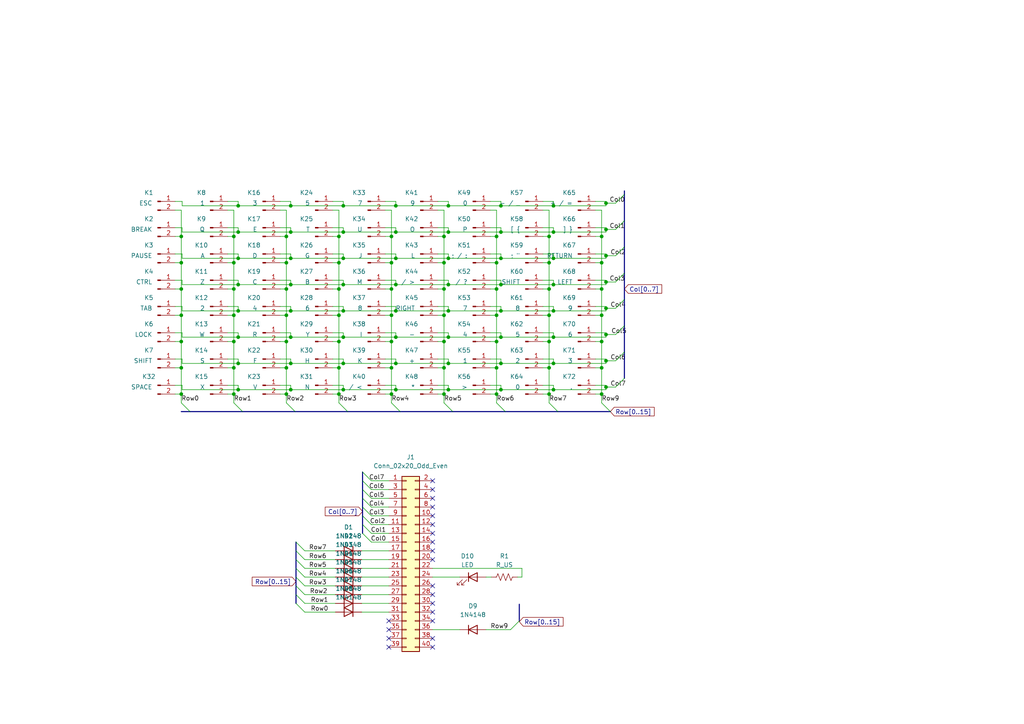
<source format=kicad_sch>
(kicad_sch (version 20211123) (generator eeschema)
  (paper "A4")
  (junction (at 174.498 106.68))
  (junction (at 69.088 59.69))
  (junction (at 144.018 91.44))
  (junction (at 175.768 104.648))
  (junction (at 175.768 58.928))
  (junction (at 67.818 106.68))
  (junction (at 113.538 114.3))
  (junction (at 130.048 90.17))
  (junction (at 52.578 99.06))
  (junction (at 84.328 105.41))
  (junction (at 144.018 68.58))
  (junction (at 69.088 97.79))
  (junction (at 160.528 97.79))
  (junction (at 145.288 59.69))
  (junction (at 128.778 83.82))
  (junction (at 84.328 97.79))
  (junction (at 52.578 83.82))
  (junction (at 113.538 76.2))
  (junction (at 69.088 90.17))
  (junction (at 113.538 68.58))
  (junction (at 52.578 68.58))
  (junction (at 160.528 67.31))
  (junction (at 130.048 67.31))
  (junction (at 114.808 67.31))
  (junction (at 175.768 66.548))
  (junction (at 98.298 99.06))
  (junction (at 144.018 83.82))
  (junction (at 84.328 82.55))
  (junction (at 159.258 106.68))
  (junction (at 114.808 59.69))
  (junction (at 174.498 76.2))
  (junction (at 98.298 83.82))
  (junction (at 98.298 76.2))
  (junction (at 114.808 97.79))
  (junction (at 160.528 82.55))
  (junction (at 175.768 81.788))
  (junction (at 98.298 68.58))
  (junction (at 130.048 74.93))
  (junction (at 52.578 114.3))
  (junction (at 145.288 74.93))
  (junction (at 174.498 91.44))
  (junction (at 174.498 99.06))
  (junction (at 145.288 67.31))
  (junction (at 52.578 76.2))
  (junction (at 98.298 91.44))
  (junction (at 159.258 114.3))
  (junction (at 159.258 91.44))
  (junction (at 145.288 105.41))
  (junction (at 69.088 74.93))
  (junction (at 113.538 91.44))
  (junction (at 159.258 99.06))
  (junction (at 145.288 97.79))
  (junction (at 83.058 76.2))
  (junction (at 159.258 83.82))
  (junction (at 99.568 82.55))
  (junction (at 130.048 82.55))
  (junction (at 84.328 59.69))
  (junction (at 144.018 106.68))
  (junction (at 128.778 91.44))
  (junction (at 84.328 74.93))
  (junction (at 175.768 74.168))
  (junction (at 113.538 99.06))
  (junction (at 114.808 113.03))
  (junction (at 160.528 59.69))
  (junction (at 145.288 82.55))
  (junction (at 99.568 113.03))
  (junction (at 83.058 83.82))
  (junction (at 130.048 59.69))
  (junction (at 67.818 99.06))
  (junction (at 145.288 113.03))
  (junction (at 69.088 82.55))
  (junction (at 83.058 68.58))
  (junction (at 130.048 105.41))
  (junction (at 175.768 97.028))
  (junction (at 160.528 113.03))
  (junction (at 144.018 114.3))
  (junction (at 114.808 105.41))
  (junction (at 159.258 76.2))
  (junction (at 67.818 83.82))
  (junction (at 114.808 74.93))
  (junction (at 160.528 90.17))
  (junction (at 128.778 106.68))
  (junction (at 84.328 113.03))
  (junction (at 67.818 76.2))
  (junction (at 160.528 74.93))
  (junction (at 114.808 82.55))
  (junction (at 98.298 114.3))
  (junction (at 144.018 99.06))
  (junction (at 175.768 112.268))
  (junction (at 52.578 91.44))
  (junction (at 174.498 114.3))
  (junction (at 83.058 91.44))
  (junction (at 67.818 68.58))
  (junction (at 130.048 97.79))
  (junction (at 99.568 97.79))
  (junction (at 98.298 106.68))
  (junction (at 69.088 105.41))
  (junction (at 83.058 99.06))
  (junction (at 84.328 67.31))
  (junction (at 128.778 114.3))
  (junction (at 113.538 83.82))
  (junction (at 145.288 90.17))
  (junction (at 174.498 68.58))
  (junction (at 99.568 105.41))
  (junction (at 83.058 114.3))
  (junction (at 99.568 67.31))
  (junction (at 174.498 83.82))
  (junction (at 67.818 114.3))
  (junction (at 128.778 76.2))
  (junction (at 99.568 59.69))
  (junction (at 84.328 90.17))
  (junction (at 99.568 90.17))
  (junction (at 128.778 99.06))
  (junction (at 83.058 106.68))
  (junction (at 160.528 105.41))
  (junction (at 52.578 106.68))
  (junction (at 113.538 106.68))
  (junction (at 144.018 76.2))
  (junction (at 159.258 68.58))
  (junction (at 128.778 68.58))
  (junction (at 99.568 74.93))
  (junction (at 69.088 67.31))
  (junction (at 69.088 113.03))
  (junction (at 130.048 113.03))
  (junction (at 175.768 89.408))
  (junction (at 67.818 91.44))
  (junction (at 114.808 90.17))
  (no_connect (at 125.476 157.226))
  (no_connect (at 125.476 152.146))
  (no_connect (at 125.476 139.446))
  (no_connect (at 125.476 177.546))
  (no_connect (at 125.476 144.526))
  (no_connect (at 125.476 187.706))
  (no_connect (at 125.476 154.686))
  (no_connect (at 112.776 180.086))
  (no_connect (at 125.476 169.926))
  (no_connect (at 125.476 185.166))
  (no_connect (at 125.476 180.086))
  (no_connect (at 125.476 162.306))
  (no_connect (at 125.476 175.006))
  (no_connect (at 112.776 185.166))
  (no_connect (at 125.476 141.986))
  (no_connect (at 125.476 149.606))
  (no_connect (at 125.476 159.766))
  (no_connect (at 125.476 147.066))
  (no_connect (at 112.776 187.706))
  (no_connect (at 125.476 172.466))
  (no_connect (at 112.776 182.626))
  (bus_entry (at 178.562 81.788) (size 2.54 -2.54))
  (bus_entry (at 105.156 136.906) (size 2.54 2.54))
  (bus_entry (at 83.058 116.84) (size 2.54 2.54))
  (bus_entry (at 85.852 175.006) (size 2.54 2.54))
  (bus_entry (at 85.852 162.306) (size 2.54 2.54))
  (bus_entry (at 85.852 172.466) (size 2.54 2.54))
  (bus_entry (at 178.562 104.648) (size 2.54 -2.54))
  (bus_entry (at 178.562 74.168) (size 2.54 -2.54))
  (bus_entry (at 113.538 116.84) (size 2.54 2.54))
  (bus_entry (at 85.852 167.386) (size 2.54 2.54))
  (bus_entry (at 105.156 139.446) (size 2.54 2.54))
  (bus_entry (at 67.818 116.84) (size 2.54 2.54))
  (bus_entry (at 159.258 116.84) (size 2.54 2.54))
  (bus_entry (at 174.498 116.84) (size 2.54 2.54))
  (bus_entry (at 105.156 154.686) (size 2.54 2.54))
  (bus_entry (at 105.156 152.146) (size 2.54 2.54))
  (bus_entry (at 178.562 89.408) (size 2.54 -2.54))
  (bus_entry (at 85.852 169.926) (size 2.54 2.54))
  (bus_entry (at 144.018 116.84) (size 2.54 2.54))
  (bus_entry (at 98.298 116.84) (size 2.54 2.54))
  (bus_entry (at 52.578 116.84) (size 2.54 2.54))
  (bus_entry (at 105.156 141.986) (size 2.54 2.54))
  (bus_entry (at 178.562 112.268) (size 2.54 -2.54))
  (bus_entry (at 85.852 157.226) (size 2.54 2.54))
  (bus_entry (at 85.852 159.766) (size 2.54 2.54))
  (bus_entry (at 178.562 66.548) (size 2.54 -2.54))
  (bus_entry (at 178.562 97.028) (size 2.54 -2.54))
  (bus_entry (at 128.778 116.84) (size 2.54 2.54))
  (bus_entry (at 105.156 147.066) (size 2.54 2.54))
  (bus_entry (at 150.622 180.086) (size -2.54 2.54))
  (bus_entry (at 105.156 149.606) (size 2.54 2.54))
  (bus_entry (at 178.562 58.928) (size 2.54 -2.54))
  (bus_entry (at 105.156 144.526) (size 2.54 2.54))
  (bus_entry (at 85.852 164.846) (size 2.54 2.54))
  (wire (pts (xy 113.538 114.3) (xy 113.538 116.84)))
  (wire (pts (xy 99.568 97.79) (xy 99.568 96.52)))
  (wire (pts (xy 114.808 113.03) (xy 130.048 113.03)))
  (wire (pts (xy 114.808 104.14) (xy 111.76 104.14)))
  (wire (pts (xy 128.778 91.44) (xy 128.778 99.06)))
  (wire (pts (xy 145.288 59.69) (xy 145.288 58.42)))
  (wire (pts (xy 84.328 82.55) (xy 84.328 81.28)))
  (wire (pts (xy 84.328 58.42) (xy 81.28 58.42)))
  (wire (pts (xy 159.258 91.44) (xy 159.258 99.06)))
  (wire (pts (xy 160.528 73.66) (xy 157.48 73.66)))
  (bus (pts (xy 181.102 86.868) (xy 181.102 94.488)))
  (wire (pts (xy 98.298 91.44) (xy 98.298 99.06)))
  (wire (pts (xy 107.696 157.226) (xy 112.776 157.226)))
  (wire (pts (xy 114.808 90.17) (xy 130.048 90.17)))
  (wire (pts (xy 84.328 105.41) (xy 84.328 104.14)))
  (wire (pts (xy 52.832 82.55) (xy 69.088 82.55)))
  (wire (pts (xy 145.288 82.55) (xy 145.288 81.28)))
  (wire (pts (xy 107.696 149.606) (xy 112.776 149.606)))
  (wire (pts (xy 88.392 169.926) (xy 97.282 169.926)))
  (wire (pts (xy 83.058 76.2) (xy 83.058 83.82)))
  (wire (pts (xy 160.528 113.03) (xy 175.768 113.03)))
  (bus (pts (xy 181.102 79.248) (xy 181.102 86.868)))
  (wire (pts (xy 52.832 66.04) (xy 52.832 67.31)))
  (wire (pts (xy 83.058 106.68) (xy 81.28 106.68)))
  (wire (pts (xy 175.768 58.42) (xy 172.72 58.42)))
  (wire (pts (xy 125.476 164.846) (xy 151.384 164.846)))
  (wire (pts (xy 128.778 83.82) (xy 128.778 91.44)))
  (wire (pts (xy 175.768 112.268) (xy 178.562 112.268)))
  (wire (pts (xy 130.048 97.79) (xy 130.048 96.52)))
  (wire (pts (xy 52.832 67.31) (xy 69.088 67.31)))
  (wire (pts (xy 69.088 97.79) (xy 84.328 97.79)))
  (wire (pts (xy 99.568 111.76) (xy 96.52 111.76)))
  (wire (pts (xy 84.328 67.31) (xy 84.328 66.04)))
  (wire (pts (xy 114.808 88.9) (xy 111.76 88.9)))
  (wire (pts (xy 113.538 106.68) (xy 113.538 114.3)))
  (wire (pts (xy 114.808 66.04) (xy 111.76 66.04)))
  (wire (pts (xy 160.528 67.31) (xy 160.528 66.04)))
  (wire (pts (xy 114.808 74.93) (xy 130.048 74.93)))
  (wire (pts (xy 69.088 67.31) (xy 69.088 66.04)))
  (wire (pts (xy 50.8 58.42) (xy 52.832 58.42)))
  (wire (pts (xy 50.8 73.66) (xy 52.832 73.66)))
  (wire (pts (xy 159.258 60.96) (xy 159.258 68.58)))
  (wire (pts (xy 66.04 60.96) (xy 67.818 60.96)))
  (wire (pts (xy 50.8 88.9) (xy 52.832 88.9)))
  (wire (pts (xy 66.04 73.66) (xy 69.088 73.66)))
  (wire (pts (xy 52.578 60.96) (xy 52.578 68.58)))
  (wire (pts (xy 99.568 67.31) (xy 114.808 67.31)))
  (wire (pts (xy 175.768 66.548) (xy 175.768 66.04)))
  (wire (pts (xy 69.088 82.55) (xy 84.328 82.55)))
  (wire (pts (xy 130.048 73.66) (xy 127 73.66)))
  (wire (pts (xy 98.298 83.82) (xy 98.298 91.44)))
  (wire (pts (xy 69.088 105.41) (xy 69.088 104.14)))
  (wire (pts (xy 174.498 83.82) (xy 172.72 83.82)))
  (wire (pts (xy 99.568 82.55) (xy 114.808 82.55)))
  (wire (pts (xy 127 60.96) (xy 128.778 60.96)))
  (wire (pts (xy 145.288 90.17) (xy 160.528 90.17)))
  (wire (pts (xy 130.048 67.31) (xy 130.048 66.04)))
  (wire (pts (xy 104.902 164.846) (xy 112.776 164.846)))
  (wire (pts (xy 113.538 83.82) (xy 113.538 91.44)))
  (wire (pts (xy 160.528 67.31) (xy 175.768 67.31)))
  (bus (pts (xy 70.358 119.38) (xy 85.598 119.38)))
  (wire (pts (xy 160.528 105.41) (xy 160.528 104.14)))
  (wire (pts (xy 84.328 111.76) (xy 81.28 111.76)))
  (wire (pts (xy 130.048 74.93) (xy 130.048 73.66)))
  (wire (pts (xy 144.018 76.2) (xy 144.018 83.82)))
  (wire (pts (xy 52.832 73.66) (xy 52.832 74.93)))
  (wire (pts (xy 67.818 83.82) (xy 66.04 83.82)))
  (wire (pts (xy 125.476 167.386) (xy 133.35 167.386)))
  (wire (pts (xy 145.288 82.55) (xy 160.528 82.55)))
  (wire (pts (xy 130.048 81.28) (xy 127 81.28)))
  (wire (pts (xy 160.528 90.17) (xy 175.768 90.17)))
  (wire (pts (xy 157.48 60.96) (xy 159.258 60.96)))
  (bus (pts (xy 52.578 119.38) (xy 55.118 119.38)))
  (bus (pts (xy 181.102 94.488) (xy 181.102 102.108)))
  (wire (pts (xy 83.058 68.58) (xy 83.058 76.2)))
  (wire (pts (xy 114.808 67.31) (xy 114.808 66.04)))
  (wire (pts (xy 151.384 164.846) (xy 151.384 167.386)))
  (bus (pts (xy 131.318 119.38) (xy 146.558 119.38)))
  (wire (pts (xy 99.568 113.03) (xy 99.568 111.76)))
  (wire (pts (xy 175.768 112.268) (xy 175.768 111.76)))
  (wire (pts (xy 113.538 60.96) (xy 113.538 68.58)))
  (wire (pts (xy 98.298 99.06) (xy 96.52 99.06)))
  (wire (pts (xy 99.568 88.9) (xy 96.52 88.9)))
  (wire (pts (xy 50.8 104.14) (xy 52.832 104.14)))
  (wire (pts (xy 83.058 68.58) (xy 81.28 68.58)))
  (wire (pts (xy 69.088 74.93) (xy 69.088 73.66)))
  (wire (pts (xy 145.288 96.52) (xy 142.24 96.52)))
  (wire (pts (xy 175.768 74.93) (xy 175.768 74.168)))
  (wire (pts (xy 114.808 111.76) (xy 111.76 111.76)))
  (wire (pts (xy 175.768 82.55) (xy 175.768 81.788)))
  (wire (pts (xy 144.018 106.68) (xy 142.24 106.68)))
  (wire (pts (xy 104.902 175.006) (xy 112.776 175.006)))
  (wire (pts (xy 130.048 105.41) (xy 145.288 105.41)))
  (wire (pts (xy 50.8 96.52) (xy 52.832 96.52)))
  (bus (pts (xy 100.838 119.38) (xy 116.078 119.38)))
  (wire (pts (xy 113.538 114.3) (xy 111.76 114.3)))
  (wire (pts (xy 114.808 58.42) (xy 111.76 58.42)))
  (wire (pts (xy 107.696 144.526) (xy 112.776 144.526)))
  (wire (pts (xy 99.568 90.17) (xy 114.808 90.17)))
  (wire (pts (xy 52.578 68.58) (xy 52.578 76.2)))
  (wire (pts (xy 83.058 91.44) (xy 81.28 91.44)))
  (wire (pts (xy 130.048 82.55) (xy 130.048 81.28)))
  (wire (pts (xy 67.818 68.58) (xy 67.818 76.2)))
  (wire (pts (xy 52.578 76.2) (xy 50.8 76.2)))
  (wire (pts (xy 175.768 74.168) (xy 178.562 74.168)))
  (bus (pts (xy 55.118 119.38) (xy 70.358 119.38)))
  (wire (pts (xy 159.258 99.06) (xy 157.48 99.06)))
  (wire (pts (xy 66.04 111.76) (xy 69.088 111.76)))
  (wire (pts (xy 98.298 60.96) (xy 98.298 68.58)))
  (wire (pts (xy 113.538 99.06) (xy 113.538 106.68)))
  (wire (pts (xy 175.768 104.648) (xy 175.768 104.14)))
  (wire (pts (xy 88.392 177.546) (xy 97.282 177.546)))
  (wire (pts (xy 128.778 76.2) (xy 128.778 83.82)))
  (wire (pts (xy 130.048 104.14) (xy 127 104.14)))
  (bus (pts (xy 150.622 175.26) (xy 150.622 180.086)))
  (wire (pts (xy 114.808 74.93) (xy 114.808 73.66)))
  (wire (pts (xy 144.018 99.06) (xy 144.018 106.68)))
  (wire (pts (xy 145.288 81.28) (xy 142.24 81.28)))
  (wire (pts (xy 174.498 68.58) (xy 172.72 68.58)))
  (wire (pts (xy 175.768 81.788) (xy 175.768 81.28)))
  (wire (pts (xy 67.818 106.68) (xy 67.818 114.3)))
  (wire (pts (xy 69.088 90.17) (xy 69.088 88.9)))
  (wire (pts (xy 160.528 88.9) (xy 157.48 88.9)))
  (wire (pts (xy 50.8 111.76) (xy 52.832 111.76)))
  (wire (pts (xy 113.538 76.2) (xy 113.538 83.82)))
  (wire (pts (xy 160.528 111.76) (xy 157.48 111.76)))
  (wire (pts (xy 84.328 104.14) (xy 81.28 104.14)))
  (wire (pts (xy 145.288 67.31) (xy 160.528 67.31)))
  (wire (pts (xy 52.578 114.3) (xy 50.8 114.3)))
  (wire (pts (xy 84.328 97.79) (xy 84.328 96.52)))
  (wire (pts (xy 67.818 91.44) (xy 67.818 99.06)))
  (wire (pts (xy 113.538 106.68) (xy 111.76 106.68)))
  (wire (pts (xy 145.288 59.69) (xy 160.528 59.69)))
  (wire (pts (xy 84.328 59.69) (xy 84.328 58.42)))
  (wire (pts (xy 67.818 106.68) (xy 66.04 106.68)))
  (wire (pts (xy 114.808 96.52) (xy 111.76 96.52)))
  (wire (pts (xy 96.52 60.96) (xy 98.298 60.96)))
  (wire (pts (xy 66.04 96.52) (xy 69.088 96.52)))
  (wire (pts (xy 130.048 59.69) (xy 145.288 59.69)))
  (wire (pts (xy 88.392 164.846) (xy 97.282 164.846)))
  (wire (pts (xy 114.808 97.79) (xy 130.048 97.79)))
  (wire (pts (xy 67.818 76.2) (xy 67.818 83.82)))
  (wire (pts (xy 175.768 97.79) (xy 175.768 97.028)))
  (wire (pts (xy 99.568 90.17) (xy 99.568 88.9)))
  (bus (pts (xy 85.598 119.38) (xy 100.838 119.38)))
  (wire (pts (xy 114.808 105.41) (xy 130.048 105.41)))
  (wire (pts (xy 104.902 169.926) (xy 112.776 169.926)))
  (bus (pts (xy 105.156 147.066) (xy 105.156 149.606)))
  (wire (pts (xy 111.76 60.96) (xy 113.538 60.96)))
  (wire (pts (xy 174.498 83.82) (xy 174.498 91.44)))
  (bus (pts (xy 181.102 64.008) (xy 181.102 71.628)))
  (wire (pts (xy 160.528 113.03) (xy 160.528 111.76)))
  (bus (pts (xy 105.156 139.446) (xy 105.156 141.986)))
  (wire (pts (xy 83.058 106.68) (xy 83.058 114.3)))
  (wire (pts (xy 175.768 73.66) (xy 172.72 73.66)))
  (wire (pts (xy 144.018 114.3) (xy 142.24 114.3)))
  (wire (pts (xy 130.048 113.03) (xy 130.048 111.76)))
  (wire (pts (xy 67.818 99.06) (xy 67.818 106.68)))
  (wire (pts (xy 99.568 66.04) (xy 96.52 66.04)))
  (wire (pts (xy 175.768 66.04) (xy 172.72 66.04)))
  (wire (pts (xy 160.528 90.17) (xy 160.528 88.9)))
  (wire (pts (xy 175.768 88.9) (xy 172.72 88.9)))
  (wire (pts (xy 99.568 59.69) (xy 114.808 59.69)))
  (wire (pts (xy 66.04 58.42) (xy 69.088 58.42)))
  (wire (pts (xy 52.832 97.79) (xy 69.088 97.79)))
  (wire (pts (xy 66.04 104.14) (xy 69.088 104.14)))
  (wire (pts (xy 144.018 99.06) (xy 142.24 99.06)))
  (wire (pts (xy 130.048 82.55) (xy 145.288 82.55)))
  (wire (pts (xy 159.258 114.3) (xy 159.258 116.84)))
  (wire (pts (xy 69.088 74.93) (xy 84.328 74.93)))
  (wire (pts (xy 175.768 90.17) (xy 175.768 89.408)))
  (wire (pts (xy 69.088 105.41) (xy 84.328 105.41)))
  (wire (pts (xy 130.048 59.69) (xy 130.048 58.42)))
  (wire (pts (xy 160.528 97.79) (xy 160.528 96.52)))
  (wire (pts (xy 98.298 76.2) (xy 96.52 76.2)))
  (wire (pts (xy 159.258 114.3) (xy 157.48 114.3)))
  (wire (pts (xy 144.018 114.3) (xy 144.018 116.84)))
  (wire (pts (xy 128.778 99.06) (xy 128.778 106.68)))
  (wire (pts (xy 98.298 106.68) (xy 98.298 114.3)))
  (wire (pts (xy 174.498 68.58) (xy 174.498 76.2)))
  (wire (pts (xy 98.298 114.3) (xy 98.298 116.84)))
  (wire (pts (xy 67.818 99.06) (xy 66.04 99.06)))
  (wire (pts (xy 128.778 68.58) (xy 127 68.58)))
  (wire (pts (xy 84.328 74.93) (xy 99.568 74.93)))
  (wire (pts (xy 84.328 82.55) (xy 99.568 82.55)))
  (wire (pts (xy 159.258 106.68) (xy 157.48 106.68)))
  (wire (pts (xy 114.808 97.79) (xy 114.808 96.52)))
  (wire (pts (xy 84.328 105.41) (xy 99.568 105.41)))
  (wire (pts (xy 114.808 81.28) (xy 111.76 81.28)))
  (wire (pts (xy 128.778 60.96) (xy 128.778 68.58)))
  (wire (pts (xy 99.568 97.79) (xy 114.808 97.79)))
  (wire (pts (xy 140.97 167.386) (xy 142.494 167.386)))
  (wire (pts (xy 88.392 172.466) (xy 97.282 172.466)))
  (wire (pts (xy 83.058 99.06) (xy 81.28 99.06)))
  (wire (pts (xy 113.538 68.58) (xy 111.76 68.58)))
  (wire (pts (xy 114.808 59.69) (xy 114.808 58.42)))
  (wire (pts (xy 145.288 113.03) (xy 160.528 113.03)))
  (wire (pts (xy 83.058 91.44) (xy 83.058 99.06)))
  (wire (pts (xy 159.258 99.06) (xy 159.258 106.68)))
  (wire (pts (xy 99.568 73.66) (xy 96.52 73.66)))
  (wire (pts (xy 145.288 113.03) (xy 145.288 111.76)))
  (wire (pts (xy 107.696 147.066) (xy 112.776 147.066)))
  (bus (pts (xy 181.102 71.628) (xy 181.102 79.248)))
  (wire (pts (xy 174.498 99.06) (xy 172.72 99.06)))
  (wire (pts (xy 128.778 68.58) (xy 128.778 76.2)))
  (wire (pts (xy 145.288 74.93) (xy 145.288 73.66)))
  (wire (pts (xy 145.288 97.79) (xy 160.528 97.79)))
  (wire (pts (xy 159.258 83.82) (xy 157.48 83.82)))
  (wire (pts (xy 128.778 76.2) (xy 127 76.2)))
  (wire (pts (xy 151.384 167.386) (xy 150.114 167.386)))
  (wire (pts (xy 133.35 182.626) (xy 125.476 182.626)))
  (wire (pts (xy 160.528 74.93) (xy 160.528 73.66)))
  (bus (pts (xy 105.156 149.606) (xy 105.156 152.146)))
  (wire (pts (xy 142.24 60.96) (xy 144.018 60.96)))
  (wire (pts (xy 114.808 67.31) (xy 130.048 67.31)))
  (wire (pts (xy 130.048 111.76) (xy 127 111.76)))
  (wire (pts (xy 130.048 90.17) (xy 130.048 88.9)))
  (wire (pts (xy 69.088 113.03) (xy 84.328 113.03)))
  (wire (pts (xy 98.298 68.58) (xy 96.52 68.58)))
  (wire (pts (xy 160.528 58.42) (xy 157.48 58.42)))
  (wire (pts (xy 175.768 81.28) (xy 172.72 81.28)))
  (wire (pts (xy 52.578 91.44) (xy 52.578 99.06)))
  (wire (pts (xy 145.288 58.42) (xy 142.24 58.42)))
  (wire (pts (xy 175.768 58.928) (xy 175.768 58.42)))
  (wire (pts (xy 144.018 83.82) (xy 144.018 91.44)))
  (wire (pts (xy 52.832 104.14) (xy 52.832 105.41)))
  (wire (pts (xy 160.528 82.55) (xy 175.768 82.55)))
  (wire (pts (xy 99.568 82.55) (xy 99.568 81.28)))
  (wire (pts (xy 99.568 67.31) (xy 99.568 66.04)))
  (wire (pts (xy 159.258 68.58) (xy 159.258 76.2)))
  (wire (pts (xy 130.048 96.52) (xy 127 96.52)))
  (wire (pts (xy 159.258 76.2) (xy 159.258 83.82)))
  (bus (pts (xy 85.852 169.926) (xy 85.852 172.466)))
  (wire (pts (xy 52.578 68.58) (xy 50.8 68.58)))
  (wire (pts (xy 130.048 66.04) (xy 127 66.04)))
  (wire (pts (xy 67.818 68.58) (xy 66.04 68.58)))
  (bus (pts (xy 105.156 141.986) (xy 105.156 144.526)))
  (wire (pts (xy 175.768 89.408) (xy 175.768 88.9)))
  (wire (pts (xy 130.048 105.41) (xy 130.048 104.14)))
  (wire (pts (xy 113.538 76.2) (xy 111.76 76.2)))
  (wire (pts (xy 114.808 105.41) (xy 114.808 104.14)))
  (wire (pts (xy 81.28 60.96) (xy 83.058 60.96)))
  (wire (pts (xy 99.568 59.69) (xy 99.568 58.42)))
  (bus (pts (xy 181.102 102.108) (xy 181.102 109.728)))
  (wire (pts (xy 104.902 162.306) (xy 112.776 162.306)))
  (wire (pts (xy 145.288 74.93) (xy 160.528 74.93)))
  (wire (pts (xy 175.768 59.69) (xy 175.768 58.928)))
  (wire (pts (xy 145.288 90.17) (xy 145.288 88.9)))
  (wire (pts (xy 107.696 154.686) (xy 112.776 154.686)))
  (wire (pts (xy 98.298 76.2) (xy 98.298 83.82)))
  (wire (pts (xy 99.568 105.41) (xy 99.568 104.14)))
  (wire (pts (xy 52.578 99.06) (xy 52.578 106.68)))
  (wire (pts (xy 144.018 83.82) (xy 142.24 83.82)))
  (wire (pts (xy 84.328 88.9) (xy 81.28 88.9)))
  (wire (pts (xy 52.578 106.68) (xy 52.578 114.3)))
  (wire (pts (xy 52.578 83.82) (xy 52.578 91.44)))
  (wire (pts (xy 159.258 68.58) (xy 157.48 68.58)))
  (wire (pts (xy 113.538 68.58) (xy 113.538 76.2)))
  (wire (pts (xy 67.818 60.96) (xy 67.818 68.58)))
  (wire (pts (xy 69.088 82.55) (xy 69.088 81.28)))
  (bus (pts (xy 85.852 162.306) (xy 85.852 164.846)))
  (wire (pts (xy 52.578 114.3) (xy 52.578 116.84)))
  (wire (pts (xy 84.328 81.28) (xy 81.28 81.28)))
  (wire (pts (xy 128.778 106.68) (xy 128.778 114.3)))
  (wire (pts (xy 52.832 88.9) (xy 52.832 90.17)))
  (wire (pts (xy 107.696 139.446) (xy 112.776 139.446)))
  (wire (pts (xy 69.088 97.79) (xy 69.088 96.52)))
  (wire (pts (xy 84.328 66.04) (xy 81.28 66.04)))
  (wire (pts (xy 84.328 73.66) (xy 81.28 73.66)))
  (wire (pts (xy 67.818 114.3) (xy 66.04 114.3)))
  (wire (pts (xy 130.048 67.31) (xy 145.288 67.31)))
  (wire (pts (xy 144.018 60.96) (xy 144.018 68.58)))
  (wire (pts (xy 159.258 106.68) (xy 159.258 114.3)))
  (wire (pts (xy 99.568 96.52) (xy 96.52 96.52)))
  (wire (pts (xy 107.696 141.986) (xy 112.776 141.986)))
  (wire (pts (xy 175.768 67.31) (xy 175.768 66.548)))
  (bus (pts (xy 146.558 119.38) (xy 161.798 119.38)))
  (wire (pts (xy 98.298 68.58) (xy 98.298 76.2)))
  (wire (pts (xy 98.298 91.44) (xy 96.52 91.44)))
  (wire (pts (xy 83.058 76.2) (xy 81.28 76.2)))
  (wire (pts (xy 160.528 104.14) (xy 157.48 104.14)))
  (wire (pts (xy 84.328 97.79) (xy 99.568 97.79)))
  (wire (pts (xy 114.808 113.03) (xy 114.808 111.76)))
  (wire (pts (xy 114.808 73.66) (xy 111.76 73.66)))
  (wire (pts (xy 128.778 99.06) (xy 127 99.06)))
  (wire (pts (xy 99.568 105.41) (xy 114.808 105.41)))
  (wire (pts (xy 104.902 159.766) (xy 112.776 159.766)))
  (wire (pts (xy 52.832 90.17) (xy 69.088 90.17)))
  (wire (pts (xy 175.768 81.788) (xy 178.562 81.788)))
  (wire (pts (xy 67.818 114.3) (xy 67.818 116.84)))
  (wire (pts (xy 99.568 104.14) (xy 96.52 104.14)))
  (wire (pts (xy 98.298 114.3) (xy 96.52 114.3)))
  (wire (pts (xy 130.048 88.9) (xy 127 88.9)))
  (wire (pts (xy 144.018 106.68) (xy 144.018 114.3)))
  (wire (pts (xy 52.832 113.03) (xy 69.088 113.03)))
  (wire (pts (xy 98.298 83.82) (xy 96.52 83.82)))
  (wire (pts (xy 160.528 66.04) (xy 157.48 66.04)))
  (wire (pts (xy 104.902 177.546) (xy 112.776 177.546)))
  (bus (pts (xy 105.156 136.906) (xy 105.156 139.446)))
  (wire (pts (xy 69.088 113.03) (xy 69.088 111.76)))
  (wire (pts (xy 174.498 114.3) (xy 174.498 116.84)))
  (wire (pts (xy 67.818 76.2) (xy 66.04 76.2)))
  (wire (pts (xy 145.288 105.41) (xy 160.528 105.41)))
  (wire (pts (xy 52.832 111.76) (xy 52.832 113.03)))
  (wire (pts (xy 160.528 59.69) (xy 175.768 59.69)))
  (wire (pts (xy 145.288 105.41) (xy 145.288 104.14)))
  (wire (pts (xy 130.048 90.17) (xy 145.288 90.17)))
  (wire (pts (xy 113.538 83.82) (xy 111.76 83.82)))
  (wire (pts (xy 114.808 82.55) (xy 130.048 82.55)))
  (wire (pts (xy 174.498 99.06) (xy 174.498 106.68)))
  (bus (pts (xy 105.156 152.146) (xy 105.156 154.686)))
  (wire (pts (xy 160.528 74.93) (xy 175.768 74.93)))
  (wire (pts (xy 128.778 114.3) (xy 127 114.3)))
  (wire (pts (xy 84.328 96.52) (xy 81.28 96.52)))
  (wire (pts (xy 69.088 90.17) (xy 84.328 90.17)))
  (wire (pts (xy 144.018 68.58) (xy 144.018 76.2)))
  (wire (pts (xy 144.018 91.44) (xy 144.018 99.06)))
  (wire (pts (xy 99.568 74.93) (xy 99.568 73.66)))
  (wire (pts (xy 144.018 91.44) (xy 142.24 91.44)))
  (wire (pts (xy 128.778 106.68) (xy 127 106.68)))
  (bus (pts (xy 85.852 172.466) (xy 85.852 175.006)))
  (wire (pts (xy 159.258 83.82) (xy 159.258 91.44)))
  (bus (pts (xy 85.852 164.846) (xy 85.852 167.386)))
  (wire (pts (xy 130.048 97.79) (xy 145.288 97.79)))
  (wire (pts (xy 67.818 83.82) (xy 67.818 91.44)))
  (wire (pts (xy 107.696 152.146) (xy 112.776 152.146)))
  (wire (pts (xy 50.8 81.28) (xy 52.832 81.28)))
  (wire (pts (xy 83.058 114.3) (xy 83.058 116.84)))
  (wire (pts (xy 145.288 73.66) (xy 142.24 73.66)))
  (wire (pts (xy 113.538 99.06) (xy 111.76 99.06)))
  (wire (pts (xy 159.258 76.2) (xy 157.48 76.2)))
  (wire (pts (xy 174.498 106.68) (xy 172.72 106.68)))
  (wire (pts (xy 52.832 58.42) (xy 52.832 59.69)))
  (wire (pts (xy 52.832 105.41) (xy 69.088 105.41)))
  (wire (pts (xy 83.058 60.96) (xy 83.058 68.58)))
  (wire (pts (xy 174.498 76.2) (xy 174.498 83.82)))
  (wire (pts (xy 174.498 60.96) (xy 174.498 68.58)))
  (wire (pts (xy 145.288 97.79) (xy 145.288 96.52)))
  (wire (pts (xy 148.082 182.626) (xy 140.97 182.626)))
  (wire (pts (xy 66.04 88.9) (xy 69.088 88.9)))
  (wire (pts (xy 84.328 67.31) (xy 99.568 67.31)))
  (wire (pts (xy 114.808 59.69) (xy 130.048 59.69)))
  (wire (pts (xy 145.288 104.14) (xy 142.24 104.14)))
  (wire (pts (xy 160.528 96.52) (xy 157.48 96.52)))
  (wire (pts (xy 145.288 67.31) (xy 145.288 66.04)))
  (wire (pts (xy 83.058 114.3) (xy 81.28 114.3)))
  (wire (pts (xy 144.018 68.58) (xy 142.24 68.58)))
  (wire (pts (xy 84.328 90.17) (xy 84.328 88.9)))
  (wire (pts (xy 172.72 60.96) (xy 174.498 60.96)))
  (wire (pts (xy 52.578 91.44) (xy 50.8 91.44)))
  (wire (pts (xy 175.768 104.648) (xy 178.562 104.648)))
  (wire (pts (xy 175.768 113.03) (xy 175.768 112.268)))
  (wire (pts (xy 99.568 81.28) (xy 96.52 81.28)))
  (wire (pts (xy 175.768 66.548) (xy 178.562 66.548)))
  (wire (pts (xy 69.088 59.69) (xy 84.328 59.69)))
  (wire (pts (xy 175.768 97.028) (xy 175.768 96.52)))
  (wire (pts (xy 175.768 58.928) (xy 178.562 58.928)))
  (wire (pts (xy 144.018 76.2) (xy 142.24 76.2)))
  (wire (pts (xy 160.528 105.41) (xy 175.768 105.41)))
  (wire (pts (xy 84.328 90.17) (xy 99.568 90.17)))
  (wire (pts (xy 50.8 66.04) (xy 52.832 66.04)))
  (wire (pts (xy 130.048 74.93) (xy 145.288 74.93)))
  (wire (pts (xy 145.288 111.76) (xy 142.24 111.76)))
  (bus (pts (xy 85.852 167.386) (xy 85.852 169.926)))
  (wire (pts (xy 114.808 90.17) (xy 114.808 88.9)))
  (wire (pts (xy 174.498 114.3) (xy 172.72 114.3)))
  (wire (pts (xy 88.392 159.766) (xy 97.282 159.766)))
  (wire (pts (xy 84.328 113.03) (xy 99.568 113.03)))
  (wire (pts (xy 160.528 97.79) (xy 175.768 97.79)))
  (wire (pts (xy 175.768 96.52) (xy 172.72 96.52)))
  (bus (pts (xy 181.102 55.372) (xy 181.102 56.388)))
  (wire (pts (xy 84.328 113.03) (xy 84.328 111.76)))
  (bus (pts (xy 85.852 157.226) (xy 85.852 159.766)))
  (wire (pts (xy 128.778 114.3) (xy 128.778 116.84)))
  (wire (pts (xy 113.538 91.44) (xy 111.76 91.44)))
  (wire (pts (xy 174.498 91.44) (xy 174.498 99.06)))
  (wire (pts (xy 83.058 83.82) (xy 81.28 83.82)))
  (wire (pts (xy 52.832 81.28) (xy 52.832 82.55)))
  (wire (pts (xy 145.288 66.04) (xy 142.24 66.04)))
  (bus (pts (xy 161.798 119.38) (xy 177.038 119.38)))
  (wire (pts (xy 99.568 74.93) (xy 114.808 74.93)))
  (wire (pts (xy 175.768 111.76) (xy 172.72 111.76)))
  (wire (pts (xy 83.058 99.06) (xy 83.058 106.68)))
  (wire (pts (xy 88.392 175.006) (xy 97.282 175.006)))
  (wire (pts (xy 52.578 83.82) (xy 50.8 83.82)))
  (wire (pts (xy 69.088 67.31) (xy 84.328 67.31)))
  (bus (pts (xy 181.102 56.388) (xy 181.102 64.008)))
  (wire (pts (xy 160.528 82.55) (xy 160.528 81.28)))
  (wire (pts (xy 113.538 91.44) (xy 113.538 99.06)))
  (wire (pts (xy 104.902 167.386) (xy 112.776 167.386)))
  (wire (pts (xy 175.768 89.408) (xy 178.562 89.408)))
  (wire (pts (xy 88.392 167.386) (xy 97.282 167.386)))
  (wire (pts (xy 52.578 99.06) (xy 50.8 99.06)))
  (bus (pts (xy 116.078 119.38) (xy 131.318 119.38)))
  (wire (pts (xy 175.768 97.028) (xy 178.562 97.028)))
  (wire (pts (xy 67.818 91.44) (xy 66.04 91.44)))
  (wire (pts (xy 52.832 96.52) (xy 52.832 97.79)))
  (wire (pts (xy 160.528 81.28) (xy 157.48 81.28)))
  (wire (pts (xy 174.498 91.44) (xy 172.72 91.44)))
  (wire (pts (xy 52.578 76.2) (xy 52.578 83.82)))
  (bus (pts (xy 85.852 159.766) (xy 85.852 162.306)))
  (wire (pts (xy 175.768 74.168) (xy 175.768 73.66)))
  (wire (pts (xy 88.392 162.306) (xy 97.282 162.306)))
  (wire (pts (xy 145.288 88.9) (xy 142.24 88.9)))
  (wire (pts (xy 98.298 99.06) (xy 98.298 106.68)))
  (wire (pts (xy 130.048 113.03) (xy 145.288 113.03)))
  (wire (pts (xy 52.832 74.93) (xy 69.088 74.93)))
  (wire (pts (xy 114.808 82.55) (xy 114.808 81.28)))
  (wire (pts (xy 83.058 83.82) (xy 83.058 91.44)))
  (wire (pts (xy 84.328 74.93) (xy 84.328 73.66)))
  (wire (pts (xy 174.498 76.2) (xy 172.72 76.2)))
  (bus (pts (xy 105.156 144.526) (xy 105.156 147.066)))
  (wire (pts (xy 99.568 58.42) (xy 96.52 58.42)))
  (wire (pts (xy 69.088 59.69) (xy 69.088 58.42)))
  (wire (pts (xy 128.778 83.82) (xy 127 83.82)))
  (wire (pts (xy 130.048 58.42) (xy 127 58.42)))
  (wire (pts (xy 160.528 59.69) (xy 160.528 58.42)))
  (wire (pts (xy 175.768 104.14) (xy 172.72 104.14)))
  (wire (pts (xy 98.298 106.68) (xy 96.52 106.68)))
  (wire (pts (xy 66.04 66.04) (xy 69.088 66.04)))
  (wire (pts (xy 52.832 59.69) (xy 69.088 59.69)))
  (wire (pts (xy 99.568 113.03) (xy 114.808 113.03)))
  (wire (pts (xy 159.258 91.44) (xy 157.48 91.44)))
  (wire (pts (xy 50.8 60.96) (xy 52.578 60.96)))
  (wire (pts (xy 104.902 172.466) (xy 112.776 172.466)))
  (wire (pts (xy 128.778 91.44) (xy 127 91.44)))
  (wire (pts (xy 52.578 106.68) (xy 50.8 106.68)))
  (wire (pts (xy 84.328 59.69) (xy 99.568 59.69)))
  (wire (pts (xy 174.498 106.68) (xy 174.498 114.3)))
  (wire (pts (xy 175.768 105.41) (xy 175.768 104.648)))
  (wire (pts (xy 66.04 81.28) (xy 69.088 81.28)))
  (label "Row0" (at 52.578 116.586 0))
  (label "Col4" (at 111.506 147.066 180))
  (label "Col6" (at 111.506 141.986 180))
  (label "Col6" (at 177.038 104.648 0))
  (label "Row2" (at 83.058 116.586 0))
  (label "Row5" (at 128.778 116.586 0))
  (label "Col7" (at 111.506 139.446 180))
  (label "Col1" (at 112.014 154.686 180))
  (label "Row6" (at 144.018 116.586 0))
  (label "Row1" (at 95.25 175.006 180))
  (label "Col0" (at 112.014 157.226 180))
  (label "Col2" (at 111.76 152.146 180))
  (label "Row7" (at 159.258 116.586 0))
  (label "Col0" (at 176.784 58.928 0))
  (label "Row2" (at 94.996 172.466 180))
  (label "Row9" (at 142.24 182.626 0))
  (label "Col7" (at 177.038 112.268 0))
  (label "Row4" (at 94.742 167.386 180))
  (label "Col2" (at 177.038 74.168 0))
  (label "Col5" (at 177.292 97.028 0))
  (label "Row9" (at 174.498 116.586 0))
  (label "Row4" (at 113.538 116.586 0))
  (label "Row0" (at 95.25 177.546 180))
  (label "Row5" (at 94.742 164.846 180))
  (label "Row6" (at 94.742 162.306 180))
  (label "Row1" (at 67.818 116.586 0))
  (label "Col3" (at 176.784 81.788 0))
  (label "Col3" (at 111.506 149.606 180))
  (label "Col5" (at 111.506 144.526 180))
  (label "Row7" (at 94.742 159.766 180))
  (label "Col4" (at 177.038 89.408 0))
  (label "Row3" (at 94.742 169.926 180))
  (label "Row3" (at 98.298 116.586 0))
  (label "Col1" (at 176.784 66.548 0))
  (global_label "Row[0..15]" (shape input) (at 150.622 180.34 0) (property "Intersheet References" "${INTERSHEET_REFS}" (effects hide)))
  (global_label "Col[0..7]" (shape input) (at 105.156 148.336 180) (property "Intersheet References" "${INTERSHEET_REFS}" (effects hide)))
  (global_label "Row[0..15]" (shape input) (at 85.852 168.656 180) (property "Intersheet References" "${INTERSHEET_REFS}" (effects hide)))
  (global_label "Col[0..7]" (shape input) (at 181.102 83.82 0) (property "Intersheet References" "${INTERSHEET_REFS}" (effects hide)))
  (global_label "Row[0..15]" (shape input) (at 177.038 119.38 0) (property "Intersheet References" "${INTERSHEET_REFS}" (effects hide)))
  (symbol (lib_id "Connector:Conn_01x02_Male") (at 106.68 88.9 0) (unit 1)
    (property "Reference" "K37" (at 104.14 86.36 0))
    (property "Value" "8" (at 105.156 89.408 0) (effects (justify right)))
    (property "Footprint" "Button_Switch_Keyboard:SW_Cherry_MX_1.00u_PCB" (effects hide))
  )
  (symbol (lib_id "Connector:Conn_01x02_Male") (at 91.44 96.52 0) (unit 1)
    (property "Reference" "K29" (at 88.9 93.98 0))
    (property "Value" "Y" (at 89.916 97.028 0) (effects (justify right)))
    (property "Footprint" "Button_Switch_Keyboard:SW_Cherry_MX_1.00u_PCB" (effects hide))
  )
  (symbol (lib_id "Connector:Conn_01x02_Male") (at 152.4 111.76 0) (unit 1)
    (property "Reference" "K64" (at 149.86 109.22 0))
    (property "Value" "0" (at 150.876 112.268 0) (effects (justify right)))
    (property "Footprint" "Button_Switch_Keyboard:SW_Cherry_MX_1.00u_PCB" (effects hide))
  )
  (symbol (lib_id "Connector:Conn_01x02_Male") (at 76.2 88.9 0) (unit 1)
    (property "Reference" "K20" (at 73.66 86.36 0))
    (property "Value" "4" (at 74.676 89.408 0) (effects (justify right)))
    (property "Footprint" "Button_Switch_Keyboard:SW_Cherry_MX_1.00u_PCB" (effects hide))
  )
  (symbol (lib_id "Connector:Conn_01x02_Male") (at 76.2 73.66 0) (unit 1)
    (property "Reference" "K18" (at 73.66 71.12 0))
    (property "Value" "D" (at 74.676 74.168 0) (effects (justify right)))
    (property "Footprint" "Button_Switch_Keyboard:SW_Cherry_MX_1.00u_PCB" (effects hide))
  )
  (symbol (lib_id "Connector:Conn_01x02_Male") (at 76.2 96.52 0) (unit 1)
    (property "Reference" "K21" (at 73.66 93.98 0))
    (property "Value" "R" (at 74.676 97.028 0) (effects (justify right)))
    (property "Footprint" "Button_Switch_Keyboard:SW_Cherry_MX_1.00u_PCB" (effects hide))
  )
  (symbol (lib_id "Connector:Conn_01x02_Male") (at 106.68 81.28 0) (unit 1)
    (property "Reference" "K36" (at 104.14 78.74 0))
    (property "Value" "M" (at 105.156 81.788 0) (effects (justify right)))
    (property "Footprint" "Button_Switch_Keyboard:SW_Cherry_MX_1.00u_PCB" (effects hide))
  )
  (symbol (lib_id "Connector:Conn_01x02_Male") (at 167.64 88.9 0) (unit 1)
    (property "Reference" "K69" (at 165.1 86.36 0))
    (property "Value" "9" (at 166.116 89.408 0) (effects (justify right)))
    (property "Footprint" "Button_Switch_Keyboard:SW_Cherry_MX_1.00u_PCB" (effects hide))
  )
  (symbol (lib_id "Connector_Generic:Conn_02x20_Odd_Even") (at 117.856 162.306 0) (unit 1)
    (property "Reference" "J1" (at 119.126 132.588 0))
    (property "Value" "Conn_02x20_Odd_Even" (at 119.126 135.128 0))
    (property "Footprint" "Connector_PinHeader_2.54mm:PinHeader_2x20_P2.54mm_Vertical" (effects hide))
  )
  (symbol (lib_id "Connector:Conn_01x02_Male") (at 45.72 104.14 0) (unit 1)
    (property "Reference" "K7" (at 43.18 101.6 0))
    (property "Value" "SHIFT" (at 44.196 104.648 0) (effects (justify right)))
    (property "Footprint" "Button_Switch_Keyboard:SW_Cherry_MX_1.00u_PCB" (effects hide))
  )
  (symbol (lib_id "Connector:Conn_01x02_Male") (at 152.4 88.9 0) (unit 1)
    (property "Reference" "K61" (at 149.86 86.36 0))
    (property "Value" "8" (at 150.876 89.408 0) (effects (justify right)))
    (property "Footprint" "Button_Switch_Keyboard:SW_Cherry_MX_1.00u_PCB" (effects hide))
  )
  (symbol (lib_id "Connector:Conn_01x02_Male") (at 121.92 73.66 0) (unit 1)
    (property "Reference" "K43" (at 119.38 71.12 0))
    (property "Value" "L" (at 120.396 74.168 0) (effects (justify right)))
    (property "Footprint" "Button_Switch_Keyboard:SW_Cherry_MX_1.00u_PCB" (effects hide))
  )
  (symbol (lib_id "Connector:Conn_01x02_Male") (at 137.16 111.76 0) (unit 1)
    (property "Reference" "K56" (at 134.62 109.22 0))
    (property "Value" ">" (at 135.636 112.268 0) (effects (justify right)))
    (property "Footprint" "Button_Switch_Keyboard:SW_Cherry_MX_1.00u_PCB" (effects hide))
  )
  (symbol (lib_id "Connector:Conn_01x02_Male") (at 91.44 88.9 0) (unit 1)
    (property "Reference" "K28" (at 88.9 86.36 0))
    (property "Value" "6" (at 89.916 89.408 0) (effects (justify right)))
    (property "Footprint" "Button_Switch_Keyboard:SW_Cherry_MX_1.00u_PCB" (effects hide))
  )
  (symbol (lib_id "Connector:Conn_01x02_Male") (at 152.4 104.14 0) (unit 1)
    (property "Reference" "K63" (at 149.86 101.6 0))
    (property "Value" "2" (at 150.876 104.648 0) (effects (justify right)))
    (property "Footprint" "Button_Switch_Keyboard:SW_Cherry_MX_1.00u_PCB" (effects hide))
  )
  (symbol (lib_id "Connector:Conn_01x02_Male") (at 167.64 111.76 0) (unit 1)
    (property "Reference" "K72" (at 165.1 109.22 0))
    (property "Value" "." (at 166.116 112.268 0) (effects (justify right)))
    (property "Footprint" "Button_Switch_Keyboard:SW_Cherry_MX_1.00u_PCB" (effects hide))
  )
  (symbol (lib_id "Connector:Conn_01x02_Male") (at 91.44 104.14 0) (unit 1)
    (property "Reference" "K30" (at 88.9 101.6 0))
    (property "Value" "H" (at 89.916 104.648 0) (effects (justify right)))
    (property "Footprint" "Button_Switch_Keyboard:SW_Cherry_MX_1.00u_PCB" (effects hide))
  )
  (symbol (lib_id "Connector:Conn_01x02_Male") (at 91.44 73.66 0) (unit 1)
    (property "Reference" "K26" (at 88.9 71.12 0))
    (property "Value" "G" (at 89.916 74.168 0) (effects (justify right)))
    (property "Footprint" "Button_Switch_Keyboard:SW_Cherry_MX_1.00u_PCB" (effects hide))
  )
  (symbol (lib_id "Device:R_US") (at 146.304 167.386 90) (unit 1)
    (property "Reference" "R1" (at 146.304 161.29 90))
    (property "Value" "R_US" (at 146.304 163.83 90))
    (property "Footprint" "Resistor_THT:R_Axial_DIN0207_L6.3mm_D2.5mm_P7.62mm_Horizontal" (effects hide))
  )
  (symbol (lib_id "Connector:Conn_01x02_Male") (at 45.72 73.66 0) (unit 1)
    (property "Reference" "K3" (at 43.18 71.12 0))
    (property "Value" "PAUSE" (at 44.196 74.168 0) (effects (justify right)))
    (property "Footprint" "Button_Switch_Keyboard:SW_Cherry_MX_1.00u_PCB" (effects hide))
  )
  (symbol (lib_id "Diode:1N4148") (at 101.092 175.006 180) (unit 1)
    (property "Reference" "D7" (at 101.092 168.148 0))
    (property "Value" "1N4148" (at 101.092 170.688 0))
    (property "Footprint" "Diode_THT:D_DO-35_SOD27_P7.62mm_Horizontal" (effects hide))
    (property "Datasheet" "https://assets.nexperia.com/documents/data-sheet/1N4148_1N4448.pdf" (effects hide))
  )
  (symbol (lib_id "Connector:Conn_01x02_Male") (at 121.92 88.9 0) (unit 1)
    (property "Reference" "K45" (at 119.38 86.36 0))
    (property "Value" "RIGHT" (at 120.396 89.408 0) (effects (justify right)))
    (property "Footprint" "Button_Switch_Keyboard:SW_Cherry_MX_1.00u_PCB" (effects hide))
  )
  (symbol (lib_id "Connector:Conn_01x02_Male") (at 45.72 111.76 0) (unit 1)
    (property "Reference" "K32" (at 43.18 109.22 0))
    (property "Value" "SPACE" (at 44.196 112.268 0) (effects (justify right)))
    (property "Footprint" "Button_Switch_Keyboard:SW_Cherry_MX_1.00u_PCB" (effects hide))
  )
  (symbol (lib_id "Connector:Conn_01x02_Male") (at 45.72 66.04 0) (unit 1)
    (property "Reference" "K2" (at 43.18 63.5 0))
    (property "Value" "BREAK" (at 44.196 66.548 0) (effects (justify right)))
    (property "Footprint" "Button_Switch_Keyboard:SW_Cherry_MX_1.00u_PCB" (effects hide))
  )
  (symbol (lib_id "Connector:Conn_01x02_Male") (at 76.2 58.42 0) (unit 1)
    (property "Reference" "K16" (at 73.66 55.88 0))
    (property "Value" "3" (at 74.676 58.928 0) (effects (justify right)))
    (property "Footprint" "Button_Switch_Keyboard:SW_Cherry_MX_1.00u_PCB" (effects hide))
  )
  (symbol (lib_id "Connector:Conn_01x02_Male") (at 167.64 104.14 0) (unit 1)
    (property "Reference" "K71" (at 165.1 101.6 0))
    (property "Value" "3" (at 166.116 104.648 0) (effects (justify right)))
    (property "Footprint" "Button_Switch_Keyboard:SW_Cherry_MX_1.00u_PCB" (effects hide))
  )
  (symbol (lib_id "Connector:Conn_01x02_Male") (at 137.16 88.9 0) (unit 1)
    (property "Reference" "K53" (at 134.62 86.36 0))
    (property "Value" "7" (at 135.636 89.408 0) (effects (justify right)))
    (property "Footprint" "Button_Switch_Keyboard:SW_Cherry_MX_1.00u_PCB" (effects hide))
  )
  (symbol (lib_id "Connector:Conn_01x02_Male") (at 106.68 111.76 0) (unit 1)
    (property "Reference" "K40" (at 104.14 109.22 0))
    (property "Value" ", / <" (at 105.156 112.268 0) (effects (justify right)))
    (property "Footprint" "Button_Switch_Keyboard:SW_Cherry_MX_1.00u_PCB" (effects hide))
  )
  (symbol (lib_id "Connector:Conn_01x02_Male") (at 167.64 81.28 0) (unit 1)
    (property "Reference" "K68" (at 165.1 78.74 0))
    (property "Value" "LEFT" (at 166.116 81.788 0) (effects (justify right)))
    (property "Footprint" "Button_Switch_Keyboard:SW_Cherry_MX_1.00u_PCB" (effects hide))
  )
  (symbol (lib_id "Connector:Conn_01x02_Male") (at 106.68 66.04 0) (unit 1)
    (property "Reference" "K34" (at 104.14 63.5 0))
    (property "Value" "U" (at 105.156 66.548 0) (effects (justify right)))
    (property "Footprint" "Button_Switch_Keyboard:SW_Cherry_MX_1.00u_PCB" (effects hide))
  )
  (symbol (lib_id "Connector:Conn_01x02_Male") (at 76.2 111.76 0) (unit 1)
    (property "Reference" "K23" (at 73.66 109.22 0))
    (property "Value" "V" (at 74.676 112.268 0) (effects (justify right)))
    (property "Footprint" "Button_Switch_Keyboard:SW_Cherry_MX_1.00u_PCB" (effects hide))
  )
  (symbol (lib_id "Connector:Conn_01x02_Male") (at 167.64 58.42 0) (unit 1)
    (property "Reference" "K65" (at 165.1 55.88 0))
    (property "Value" "+ / =" (at 166.116 58.928 0) (effects (justify right)))
    (property "Footprint" "Button_Switch_Keyboard:SW_Cherry_MX_1.00u_PCB" (effects hide))
  )
  (symbol (lib_id "Connector:Conn_01x02_Male") (at 60.96 111.76 0) (unit 1)
    (property "Reference" "K15" (at 58.42 109.22 0))
    (property "Value" "X" (at 59.436 112.268 0) (effects (justify right)))
    (property "Footprint" "Button_Switch_Keyboard:SW_Cherry_MX_1.00u_PCB" (effects hide))
  )
  (symbol (lib_id "Connector:Conn_01x02_Male") (at 121.92 58.42 0) (unit 1)
    (property "Reference" "K41" (at 119.38 55.88 0))
    (property "Value" "9" (at 120.396 58.928 0) (effects (justify right)))
    (property "Footprint" "Button_Switch_Keyboard:SW_Cherry_MX_1.00u_PCB" (effects hide))
  )
  (symbol (lib_id "Connector:Conn_01x02_Male") (at 152.4 81.28 0) (unit 1)
    (property "Reference" "K60" (at 149.86 78.74 0))
    (property "Value" "SHIFT" (at 150.876 81.788 0) (effects (justify right)))
    (property "Footprint" "Button_Switch_Keyboard:SW_Cherry_MX_1.00u_PCB" (effects hide))
  )
  (symbol (lib_id "Connector:Conn_01x02_Male") (at 45.72 88.9 0) (unit 1)
    (property "Reference" "K5" (at 43.18 86.36 0))
    (property "Value" "TAB" (at 44.196 89.408 0) (effects (justify right)))
    (property "Footprint" "Button_Switch_Keyboard:SW_Cherry_MX_1.00u_PCB" (effects hide))
  )
  (symbol (lib_id "Diode:1N4148") (at 101.092 167.386 180) (unit 1)
    (property "Reference" "D4" (at 101.092 160.528 0))
    (property "Value" "1N4148" (at 101.092 163.068 0))
    (property "Footprint" "Diode_THT:D_DO-35_SOD27_P7.62mm_Horizontal" (effects hide))
    (property "Datasheet" "https://assets.nexperia.com/documents/data-sheet/1N4148_1N4448.pdf" (effects hide))
  )
  (symbol (lib_id "Connector:Conn_01x02_Male") (at 121.92 66.04 0) (unit 1)
    (property "Reference" "K42" (at 119.38 63.5 0))
    (property "Value" "O" (at 120.396 66.548 0) (effects (justify right)))
    (property "Footprint" "Button_Switch_Keyboard:SW_Cherry_MX_1.00u_PCB" (effects hide))
  )
  (symbol (lib_id "Connector:Conn_01x02_Male") (at 106.68 96.52 0) (unit 1)
    (property "Reference" "K38" (at 104.14 93.98 0))
    (property "Value" "I" (at 105.156 97.028 0) (effects (justify right)))
    (property "Footprint" "Button_Switch_Keyboard:SW_Cherry_MX_1.00u_PCB" (effects hide))
  )
  (symbol (lib_id "Connector:Conn_01x02_Male") (at 106.68 58.42 0) (unit 1)
    (property "Reference" "K33" (at 104.14 55.88 0))
    (property "Value" "7" (at 105.156 58.928 0) (effects (justify right)))
    (property "Footprint" "Button_Switch_Keyboard:SW_Cherry_MX_1.00u_PCB" (effects hide))
  )
  (symbol (lib_id "Connector:Conn_01x02_Male") (at 91.44 66.04 0) (unit 1)
    (property "Reference" "K25" (at 88.9 63.5 0))
    (property "Value" "T" (at 89.916 66.548 0) (effects (justify right)))
    (property "Footprint" "Button_Switch_Keyboard:SW_Cherry_MX_1.00u_PCB" (effects hide))
  )
  (symbol (lib_id "Connector:Conn_01x02_Male") (at 60.96 73.66 0) (unit 1)
    (property "Reference" "K10" (at 58.42 71.12 0))
    (property "Value" "A" (at 59.436 74.168 0) (effects (justify right)))
    (property "Footprint" "Button_Switch_Keyboard:SW_Cherry_MX_1.00u_PCB" (effects hide))
  )
  (symbol (lib_id "Connector:Conn_01x02_Male") (at 121.92 111.76 0) (unit 1)
    (property "Reference" "K48" (at 119.38 109.22 0))
    (property "Value" "*" (at 120.396 112.268 0) (effects (justify right)))
    (property "Footprint" "Button_Switch_Keyboard:SW_Cherry_MX_1.00u_PCB" (effects hide))
  )
  (symbol (lib_id "Connector:Conn_01x02_Male") (at 167.64 73.66 0) (unit 1)
    (property "Reference" "K67" (at 165.1 71.12 0))
    (property "Value" "RETURN" (at 166.116 74.168 0) (effects (justify right)))
    (property "Footprint" "Button_Switch_Keyboard:SW_Cherry_MX_1.00u_PCB" (effects hide))
  )
  (symbol (lib_id "Connector:Conn_01x02_Male") (at 137.16 73.66 0) (unit 1)
    (property "Reference" "K51" (at 134.62 71.12 0))
    (property "Value" "; / :" (at 135.636 74.168 0) (effects (justify right)))
    (property "Footprint" "Button_Switch_Keyboard:SW_Cherry_MX_1.00u_PCB" (effects hide))
  )
  (symbol (lib_id "Connector:Conn_01x02_Male") (at 45.72 58.42 0) (unit 1)
    (property "Reference" "K1" (at 43.18 55.88 0))
    (property "Value" "ESC" (at 44.196 58.928 0) (effects (justify right)))
    (property "Footprint" "Button_Switch_Keyboard:SW_Cherry_MX_1.00u_PCB" (effects hide))
  )
  (symbol (lib_id "Connector:Conn_01x02_Male") (at 76.2 81.28 0) (unit 1)
    (property "Reference" "K19" (at 73.66 78.74 0))
    (property "Value" "C" (at 74.676 81.788 0) (effects (justify right)))
    (property "Footprint" "Button_Switch_Keyboard:SW_Cherry_MX_1.00u_PCB" (effects hide))
  )
  (symbol (lib_id "Connector:Conn_01x02_Male") (at 167.64 96.52 0) (unit 1)
    (property "Reference" "K70" (at 165.1 93.98 0))
    (property "Value" "6" (at 166.116 97.028 0) (effects (justify right)))
    (property "Footprint" "Button_Switch_Keyboard:SW_Cherry_MX_1.00u_PCB" (effects hide))
  )
  (symbol (lib_id "Diode:1N4148") (at 101.092 162.306 180) (unit 1)
    (property "Reference" "D2" (at 101.092 155.448 0))
    (property "Value" "1N4148" (at 101.092 157.988 0))
    (property "Footprint" "Diode_THT:D_DO-35_SOD27_P7.62mm_Horizontal" (effects hide))
    (property "Datasheet" "https://assets.nexperia.com/documents/data-sheet/1N4148_1N4448.pdf" (effects hide))
  )
  (symbol (lib_id "Connector:Conn_01x02_Male") (at 152.4 66.04 0) (unit 1)
    (property "Reference" "K58" (at 149.86 63.5 0))
    (property "Value" "[ {" (at 150.876 66.548 0) (effects (justify right)))
    (property "Footprint" "Button_Switch_Keyboard:SW_Cherry_MX_1.00u_PCB" (effects hide))
  )
  (symbol (lib_id "Connector:Conn_01x02_Male") (at 76.2 104.14 0) (unit 1)
    (property "Reference" "K22" (at 73.66 101.6 0))
    (property "Value" "F" (at 74.676 104.648 0) (effects (justify right)))
    (property "Footprint" "Button_Switch_Keyboard:SW_Cherry_MX_1.00u_PCB" (effects hide))
  )
  (symbol (lib_id "Diode:1N4148") (at 101.092 169.926 180) (unit 1)
    (property "Reference" "D5" (at 101.092 163.068 0))
    (property "Value" "1N4148" (at 101.092 165.608 0))
    (property "Footprint" "Diode_THT:D_DO-35_SOD27_P7.62mm_Horizontal" (effects hide))
    (property "Datasheet" "https://assets.nexperia.com/documents/data-sheet/1N4148_1N4448.pdf" (effects hide))
  )
  (symbol (lib_id "Connector:Conn_01x02_Male") (at 60.96 96.52 0) (unit 1)
    (property "Reference" "K13" (at 58.42 93.98 0))
    (property "Value" "W" (at 59.436 97.028 0) (effects (justify right)))
    (property "Footprint" "Button_Switch_Keyboard:SW_Cherry_MX_1.00u_PCB" (effects hide))
  )
  (symbol (lib_id "Diode:1N4148") (at 137.16 182.626 0) (mirror x) (unit 1)
    (property "Reference" "D9" (at 137.16 175.768 0))
    (property "Value" "1N4148" (at 137.16 178.308 0))
    (property "Footprint" "Diode_THT:D_DO-35_SOD27_P7.62mm_Horizontal" (effects hide))
    (property "Datasheet" "https://assets.nexperia.com/documents/data-sheet/1N4148_1N4448.pdf" (effects hide))
  )
  (symbol (lib_id "Connector:Conn_01x02_Male") (at 152.4 96.52 0) (unit 1)
    (property "Reference" "K62" (at 149.86 93.98 0))
    (property "Value" "5" (at 150.876 97.028 0) (effects (justify right)))
    (property "Footprint" "Button_Switch_Keyboard:SW_Cherry_MX_1.00u_PCB" (effects hide))
  )
  (symbol (lib_id "Connector:Conn_01x02_Male") (at 106.68 104.14 0) (unit 1)
    (property "Reference" "K39" (at 104.14 101.6 0))
    (property "Value" "K" (at 105.156 104.648 0) (effects (justify right)))
    (property "Footprint" "Button_Switch_Keyboard:SW_Cherry_MX_1.00u_PCB" (effects hide))
  )
  (symbol (lib_id "Connector:Conn_01x02_Male") (at 137.16 66.04 0) (unit 1)
    (property "Reference" "K50" (at 134.62 63.5 0))
    (property "Value" "P" (at 135.636 66.548 0) (effects (justify right)))
    (property "Footprint" "Button_Switch_Keyboard:SW_Cherry_MX_1.00u_PCB" (effects hide))
  )
  (symbol (lib_id "Connector:Conn_01x02_Male") (at 91.44 111.76 0) (unit 1)
    (property "Reference" "K31" (at 88.9 109.22 0))
    (property "Value" "N" (at 89.916 112.268 0) (effects (justify right)))
    (property "Footprint" "Button_Switch_Keyboard:SW_Cherry_MX_1.00u_PCB" (effects hide))
  )
  (symbol (lib_id "Connector:Conn_01x02_Male") (at 91.44 81.28 0) (unit 1)
    (property "Reference" "K27" (at 88.9 78.74 0))
    (property "Value" "B" (at 89.916 81.788 0) (effects (justify right)))
    (property "Footprint" "Button_Switch_Keyboard:SW_Cherry_MX_1.00u_PCB" (effects hide))
  )
  (symbol (lib_id "Connector:Conn_01x02_Male") (at 60.96 104.14 0) (unit 1)
    (property "Reference" "K14" (at 58.42 101.6 0))
    (property "Value" "S" (at 59.436 104.648 0) (effects (justify right)))
    (property "Footprint" "Button_Switch_Keyboard:SW_Cherry_MX_1.00u_PCB" (effects hide))
  )
  (symbol (lib_id "Device:LED") (at 137.16 167.386 0) (unit 1)
    (property "Reference" "D10" (at 135.5725 161.29 0))
    (property "Value" "LED" (at 135.5725 163.83 0))
    (property "Footprint" "LED_THT:LED_D3.0mm" (effects hide))
  )
  (symbol (lib_id "Connector:Conn_01x02_Male") (at 60.96 66.04 0) (unit 1)
    (property "Reference" "K9" (at 58.42 63.5 0))
    (property "Value" "Q" (at 59.436 66.548 0) (effects (justify right)))
    (property "Footprint" "Button_Switch_Keyboard:SW_Cherry_MX_1.00u_PCB" (effects hide))
  )
  (symbol (lib_id "Connector:Conn_01x02_Male") (at 91.44 58.42 0) (unit 1)
    (property "Reference" "K24" (at 88.9 55.88 0))
    (property "Value" "5" (at 89.916 58.928 0) (effects (justify right)))
    (property "Footprint" "Button_Switch_Keyboard:SW_Cherry_MX_1.00u_PCB" (effects hide))
  )
  (symbol (lib_id "Diode:1N4148") (at 101.092 164.846 180) (unit 1)
    (property "Reference" "D3" (at 101.092 157.988 0))
    (property "Value" "1N4148" (at 101.092 160.528 0))
    (property "Footprint" "Diode_THT:D_DO-35_SOD27_P7.62mm_Horizontal" (effects hide))
    (property "Datasheet" "https://assets.nexperia.com/documents/data-sheet/1N4148_1N4448.pdf" (effects hide))
  )
  (symbol (lib_id "Connector:Conn_01x02_Male") (at 152.4 73.66 0) (unit 1)
    (property "Reference" "K59" (at 149.86 71.12 0))
    (property "Value" "; \"" (at 150.876 74.168 0) (effects (justify right)))
    (property "Footprint" "Button_Switch_Keyboard:SW_Cherry_MX_1.00u_PCB" (effects hide))
  )
  (symbol (lib_id "Diode:1N4148") (at 101.092 177.546 180) (unit 1)
    (property "Reference" "D8" (at 101.092 170.688 0))
    (property "Value" "1N4148" (at 101.092 173.228 0))
    (property "Footprint" "Diode_THT:D_DO-35_SOD27_P7.62mm_Horizontal" (effects hide))
    (property "Datasheet" "https://assets.nexperia.com/documents/data-sheet/1N4148_1N4448.pdf" (effects hide))
  )
  (symbol (lib_id "Connector:Conn_01x02_Male") (at 121.92 81.28 0) (unit 1)
    (property "Reference" "K44" (at 119.38 78.74 0))
    (property "Value" ". / >" (at 120.396 81.788 0) (effects (justify right)))
    (property "Footprint" "Button_Switch_Keyboard:SW_Cherry_MX_1.00u_PCB" (effects hide))
  )
  (symbol (lib_id "Connector:Conn_01x02_Male") (at 106.68 73.66 0) (unit 1)
    (property "Reference" "K35" (at 104.14 71.12 0))
    (property "Value" "J" (at 105.156 74.168 0) (effects (justify right)))
    (property "Footprint" "Button_Switch_Keyboard:SW_Cherry_MX_1.00u_PCB" (effects hide))
  )
  (symbol (lib_id "Connector:Conn_01x02_Male") (at 60.96 88.9 0) (unit 1)
    (property "Reference" "K12" (at 58.42 86.36 0))
    (property "Value" "2" (at 59.436 89.408 0) (effects (justify right)))
    (property "Footprint" "Button_Switch_Keyboard:SW_Cherry_MX_1.00u_PCB" (effects hide))
  )
  (symbol (lib_id "Connector:Conn_01x02_Male") (at 167.64 66.04 0) (unit 1)
    (property "Reference" "K66" (at 165.1 63.5 0))
    (property "Value" "] }" (at 166.116 66.548 0) (effects (justify right)))
    (property "Footprint" "Button_Switch_Keyboard:SW_Cherry_MX_1.00u_PCB" (effects hide))
  )
  (symbol (lib_id "Connector:Conn_01x02_Male") (at 137.16 104.14 0) (unit 1)
    (property "Reference" "K55" (at 134.62 101.6 0))
    (property "Value" "1" (at 135.636 104.648 0) (effects (justify right)))
    (property "Footprint" "Button_Switch_Keyboard:SW_Cherry_MX_1.00u_PCB" (effects hide))
  )
  (symbol (lib_id "Connector:Conn_01x02_Male") (at 60.96 58.42 0) (unit 1)
    (property "Reference" "K8" (at 58.42 55.88 0))
    (property "Value" "1" (at 59.436 58.928 0) (effects (justify right)))
    (property "Footprint" "Button_Switch_Keyboard:SW_Cherry_MX_1.00u_PCB" (effects hide))
  )
  (symbol (lib_id "Connector:Conn_01x02_Male") (at 137.16 58.42 0) (unit 1)
    (property "Reference" "K49" (at 134.62 55.88 0))
    (property "Value" "0" (at 135.636 58.928 0) (effects (justify right)))
    (property "Footprint" "Button_Switch_Keyboard:SW_Cherry_MX_1.00u_PCB" (effects hide))
  )
  (symbol (lib_id "Diode:1N4148") (at 101.092 159.766 180) (unit 1)
    (property "Reference" "D1" (at 101.092 152.908 0))
    (property "Value" "1N4148" (at 101.092 155.448 0))
    (property "Footprint" "Diode_THT:D_DO-35_SOD27_P7.62mm_Horizontal" (effects hide))
    (property "Datasheet" "https://assets.nexperia.com/documents/data-sheet/1N4148_1N4448.pdf" (effects hide))
  )
  (symbol (lib_id "Connector:Conn_01x02_Male") (at 45.72 81.28 0) (unit 1)
    (property "Reference" "K4" (at 43.18 78.74 0))
    (property "Value" "CTRL" (at 44.196 81.788 0) (effects (justify right)))
    (property "Footprint" "Button_Switch_Keyboard:SW_Cherry_MX_1.00u_PCB" (effects hide))
  )
  (symbol (lib_id "Connector:Conn_01x02_Male") (at 76.2 66.04 0) (unit 1)
    (property "Reference" "K17" (at 73.66 63.5 0))
    (property "Value" "E" (at 74.676 66.548 0) (effects (justify right)))
    (property "Footprint" "Button_Switch_Keyboard:SW_Cherry_MX_1.00u_PCB" (effects hide))
  )
  (symbol (lib_id "Connector:Conn_01x02_Male") (at 121.92 96.52 0) (unit 1)
    (property "Reference" "K46" (at 119.38 93.98 0))
    (property "Value" "-" (at 120.396 97.028 0) (effects (justify right)))
    (property "Footprint" "Button_Switch_Keyboard:SW_Cherry_MX_1.00u_PCB" (effects hide))
  )
  (symbol (lib_id "Connector:Conn_01x02_Male") (at 60.96 81.28 0) (unit 1)
    (property "Reference" "K11" (at 58.42 78.74 0))
    (property "Value" "Z" (at 59.436 81.788 0) (effects (justify right)))
    (property "Footprint" "Button_Switch_Keyboard:SW_Cherry_MX_1.00u_PCB" (effects hide))
  )
  (symbol (lib_id "Connector:Conn_01x02_Male") (at 152.4 58.42 0) (unit 1)
    (property "Reference" "K57" (at 149.86 55.88 0))
    (property "Value" "- / _" (at 150.876 58.928 0) (effects (justify right)))
    (property "Footprint" "Button_Switch_Keyboard:SW_Cherry_MX_1.00u_PCB" (effects hide))
  )
  (symbol (lib_id "Connector:Conn_01x02_Male") (at 121.92 104.14 0) (unit 1)
    (property "Reference" "K47" (at 119.38 101.6 0))
    (property "Value" "+" (at 120.396 104.648 0) (effects (justify right)))
    (property "Footprint" "Button_Switch_Keyboard:SW_Cherry_MX_1.00u_PCB" (effects hide))
  )
  (symbol (lib_id "Connector:Conn_01x02_Male") (at 137.16 81.28 0) (unit 1)
    (property "Reference" "K52" (at 134.62 78.74 0))
    (property "Value" "/ ?" (at 135.636 81.788 0) (effects (justify right)))
    (property "Footprint" "Button_Switch_Keyboard:SW_Cherry_MX_1.00u_PCB" (effects hide))
  )
  (symbol (lib_id "Connector:Conn_01x02_Male") (at 137.16 96.52 0) (unit 1)
    (property "Reference" "K54" (at 134.62 93.98 0))
    (property "Value" "4" (at 135.636 97.028 0) (effects (justify right)))
    (property "Footprint" "Button_Switch_Keyboard:SW_Cherry_MX_1.00u_PCB" (effects hide))
  )
  (symbol (lib_id "Diode:1N4148") (at 101.092 172.466 180) (unit 1)
    (property "Reference" "D6" (at 101.092 165.608 0))
    (property "Value" "1N4148" (at 101.092 168.148 0))
    (property "Footprint" "Diode_THT:D_DO-35_SOD27_P7.62mm_Horizontal" (effects hide))
    (property "Datasheet" "https://assets.nexperia.com/documents/data-sheet/1N4148_1N4448.pdf" (effects hide))
  )
  (symbol (lib_id "Connector:Conn_01x02_Male") (at 45.72 96.52 0) (unit 1)
    (property "Reference" "K6" (at 43.18 93.98 0))
    (property "Value" "LOCK" (at 44.196 97.028 0) (effects (justify right)))
    (property "Footprint" "Button_Switch_Keyboard:SW_Cherry_MX_1.00u_PCB" (effects hide))
  )
)
</source>
